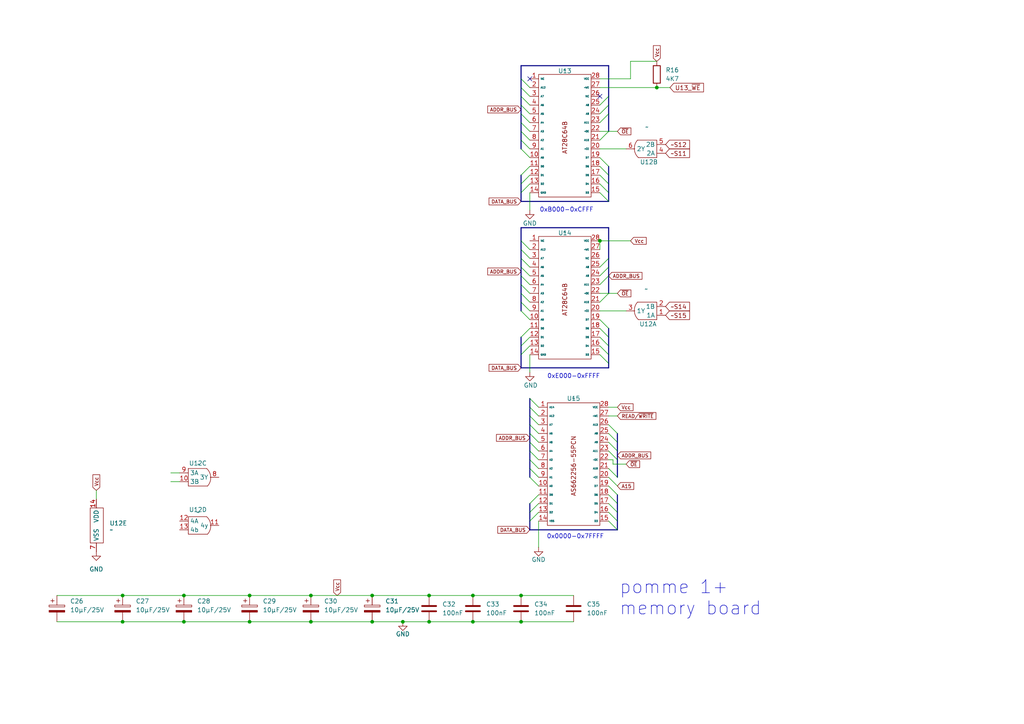
<source format=kicad_sch>
(kicad_sch (version 20250114) (generator "eeschema") (generator_version "9.0")
  (paper "A4")
  (lib_symbols
    (symbol "Device:C" (pin_numbers (hide yes)) (pin_names (offset 0.254))
      (property "Reference" "C" (at 0.635 2.54 0))
      (property "Value" "C" (at 0.635 -2.54 0))
      (symbol "C_0_1"
        (polyline (pts (xy -2.032 0.762) (xy 2.032 0.762)) (stroke (width 0.508)))
        (polyline (pts (xy -2.032 -0.762) (xy 2.032 -0.762)) (stroke (width 0.508)))
      )
      (symbol "C_1_1"
        (pin passive line (at 0 3.81 270) (length 2.794) (name "~") (number "1"))
        (pin passive line (at 0 -3.81 90) (length 2.794) (name "~") (number "2"))
      )
    )
    (symbol "Device:C_Polarized" (pin_numbers (hide yes)) (pin_names (offset 0.254))
      (property "Reference" "C" (at 0.635 2.54 0))
      (property "Value" "C_Polarized" (at 0.635 -2.54 0))
      (symbol "C_Polarized_0_1"
        (rectangle (start -2.286 0.508) (end 2.286 1.016))
        (polyline (pts (xy -1.778 2.286) (xy -0.762 2.286)))
        (polyline (pts (xy -1.27 2.794) (xy -1.27 1.778)))
        (rectangle (start 2.286 -0.508) (end -2.286 -1.016) (fill (type outline)))
      )
      (symbol "C_Polarized_1_1"
        (pin passive line (at 0 3.81 270) (length 2.794) (name "~") (number "1"))
        (pin passive line (at 0 -3.81 90) (length 2.794) (name "~") (number "2"))
      )
    )
    (symbol "Device:R" (pin_numbers (hide yes)) (pin_names (offset 0))
      (property "Reference" "R" (at 2.032 0 90))
      (property "Value" "R" (at 0 0 90))
      (symbol "R_0_1"
        (rectangle (start -1.016 -2.54) (end 1.016 2.54) (stroke (width 0.254)))
      )
      (symbol "R_1_1"
        (pin passive line (at 0 3.81 270) (length 1.27) (name "~") (number "1"))
        (pin passive line (at 0 -3.81 90) (length 1.27) (name "~") (number "2"))
      )
    )
    (symbol "memory:AS6C62256-55PCN"
      (property "Reference" "U" (at -1.778 19.05 0))
      (symbol "AS6C62256-55PCN_0_1"
        (rectangle (start -7.62 17.78) (end 7.62 -17.78))
      )
      (symbol "AS6C62256-55PCN_1_1"
        (text "AS662256-55PCN" (at 0 -0.508 900) (effects (font (size 1.27 1.27))))
        (pin input line (at -10.16 16.51 0) (length 2.54) (name "A14") (number "1"))
        (pin input line (at -10.16 13.97 0) (length 2.54) (name "A12") (number "2"))
        (pin input line (at -10.16 11.43 0) (length 2.54) (name "A7") (number "3"))
        (pin input line (at -10.16 8.89 0) (length 2.54) (name "A6") (number "4"))
        (pin input line (at -10.16 6.35 0) (length 2.54) (name "A5") (number "5"))
        (pin input line (at -10.16 3.81 0) (length 2.54) (name "A4") (number "6"))
        (pin input line (at -10.16 1.27 0) (length 2.54) (name "A3") (number "7"))
        (pin input line (at -10.16 -1.27 0) (length 2.54) (name "A2") (number "8"))
        (pin input line (at -10.16 -3.81 0) (length 2.54) (name "A1") (number "9"))
        (pin input line (at -10.16 -6.35 0) (length 2.54) (name "A0") (number "10"))
        (pin bidirectional line (at -10.16 -8.89 0) (length 2.54) (name "D0") (number "11"))
        (pin bidirectional line (at -10.16 -11.43 0) (length 2.54) (name "D1") (number "12"))
        (pin bidirectional line (at -10.16 -13.97 0) (length 2.54) (name "D2") (number "13"))
        (pin power_in line (at -10.16 -16.51 0) (length 2.54) (name "VSS") (number "14"))
        (pin power_in line (at 10.16 16.51 180) (length 2.54) (name "VCC") (number "28"))
        (pin input line (at 10.16 13.97 180) (length 2.54) (name "~WE") (number "27"))
        (pin input line (at 10.16 11.43 180) (length 2.54) (name "A13") (number "26"))
        (pin input line (at 10.16 8.89 180) (length 2.54) (name "A8") (number "25"))
        (pin input line (at 10.16 6.35 180) (length 2.54) (name "A9") (number "24"))
        (pin input line (at 10.16 3.81 180) (length 2.54) (name "A11") (number "23"))
        (pin input line (at 10.16 1.27 180) (length 2.54) (name "~OE") (number "22"))
        (pin input line (at 10.16 -1.27 180) (length 2.54) (name "A10") (number "21"))
        (pin input line (at 10.16 -3.81 180) (length 2.54) (name "~CE") (number "20"))
        (pin bidirectional line (at 10.16 -6.35 180) (length 2.54) (name "D7") (number "19"))
        (pin bidirectional line (at 10.16 -8.89 180) (length 2.54) (name "D6") (number "18"))
        (pin bidirectional line (at 10.16 -11.43 180) (length 2.54) (name "D5") (number "17"))
        (pin bidirectional line (at 10.16 -13.97 180) (length 2.54) (name "D4") (number "16"))
        (pin bidirectional line (at 10.16 -16.51 180) (length 2.54) (name "D3") (number "15"))
      )
    )
    (symbol "memory:AT28C64B"
      (property "Reference" "U" (at -1.016 12.7 0))
      (symbol "AT28C64B_0_1"
        (rectangle (start -7.62 11.43) (end 7.62 -24.13))
      )
      (symbol "AT28C64B_1_1"
        (text "AT28C64B" (at 0 -6.858 900) (effects (font (size 1.27 1.27))))
        (pin free line (at -10.16 10.16 0) (length 2.54) (name "NC") (number "1"))
        (pin input line (at -10.16 7.62 0) (length 2.54) (name "A12") (number "2"))
        (pin input line (at -10.16 5.08 0) (length 2.54) (name "A7") (number "3"))
        (pin input line (at -10.16 2.54 0) (length 2.54) (name "A6") (number "4"))
        (pin input line (at -10.16 0 0) (length 2.54) (name "A5") (number "5"))
        (pin input line (at -10.16 -2.54 0) (length 2.54) (name "A4") (number "6"))
        (pin input line (at -10.16 -5.08 0) (length 2.54) (name "A3") (number "7"))
        (pin input line (at -10.16 -7.62 0) (length 2.54) (name "A2") (number "8"))
        (pin input line (at -10.16 -10.16 0) (length 2.54) (name "A1") (number "9"))
        (pin input line (at -10.16 -12.7 0) (length 2.54) (name "A0") (number "10"))
        (pin bidirectional line (at -10.16 -15.24 0) (length 2.54) (name "D0") (number "11"))
        (pin bidirectional line (at -10.16 -17.78 0) (length 2.54) (name "D1") (number "12"))
        (pin bidirectional line (at -10.16 -20.32 0) (length 2.54) (name "D2") (number "13"))
        (pin power_in line (at -10.16 -22.86 0) (length 2.54) (name "GND") (number "14"))
        (pin power_in line (at 10.16 10.16 180) (length 2.54) (name "VCC") (number "28"))
        (pin input line (at 10.16 7.62 180) (length 2.54) (name "~WE") (number "27"))
        (pin free line (at 10.16 5.08 180) (length 2.54) (name "NC") (number "26"))
        (pin input line (at 10.16 2.54 180) (length 2.54) (name "A8") (number "25"))
        (pin input line (at 10.16 0 180) (length 2.54) (name "A9") (number "24"))
        (pin input line (at 10.16 -2.54 180) (length 2.54) (name "A11") (number "23"))
        (pin input line (at 10.16 -5.08 180) (length 2.54) (name "~OE") (number "22"))
        (pin input line (at 10.16 -7.62 180) (length 2.54) (name "A10") (number "21"))
        (pin bidirectional line (at 10.16 -10.16 180) (length 2.54) (name "~CE") (number "20"))
        (pin bidirectional line (at 10.16 -12.7 180) (length 2.54) (name "D7") (number "19"))
        (pin bidirectional line (at 10.16 -15.24 180) (length 2.54) (name "D6") (number "18"))
        (pin bidirectional line (at 10.16 -17.78 180) (length 2.54) (name "D5") (number "17"))
        (pin bidirectional line (at 10.16 -20.32 180) (length 2.54) (name "D4") (number "16"))
        (pin bidirectional line (at 10.16 -22.86 180) (length 2.54) (name "D3") (number "15"))
      )
    )
    (symbol "my74HCxx:SN74HC08N"
      (property "Reference" "U" (at 1.778 6.096 0))
      (symbol "SN74HC08N_1_1"
        (polyline (pts (xy -2.54 2.54) (xy 2.794 2.54)))
        (polyline (pts (xy -2.54 2.54) (xy -2.54 -2.54) (xy 3.048 -2.54)))
        (arc (start 2.794 2.54) (mid 3.9731 0.0526) (end 3.048 -2.54))
        (pin input line (at -5.08 1.27 0) (length 2.54) (name "1A") (number "1"))
        (pin input line (at -5.08 -1.27 0) (length 2.54) (name "1B") (number "2"))
        (pin output line (at 6.35 0 180) (length 2.54) (name "1Y") (number "3"))
      )
      (symbol "SN74HC08N_2_1"
        (polyline (pts (xy -1.27 2.54) (xy 4.064 2.54)))
        (polyline (pts (xy -1.27 2.54) (xy -1.27 -2.54) (xy 4.318 -2.54)))
        (arc (start 4.064 2.54) (mid 5.2431 0.0526) (end 4.318 -2.54))
        (pin input line (at -3.81 1.27 0) (length 2.54) (name "2A") (number "4"))
        (pin input line (at -3.81 -1.27 0) (length 2.54) (name "2B") (number "5"))
        (pin output line (at 7.62 0 180) (length 2.54) (name "2Y") (number "6"))
      )
      (symbol "SN74HC08N_3_1"
        (polyline (pts (xy -2.54 2.54) (xy 2.794 2.54)))
        (polyline (pts (xy -2.54 2.54) (xy -2.54 -2.54) (xy 3.048 -2.54)))
        (arc (start 2.794 2.54) (mid 3.9731 0.0526) (end 3.048 -2.54))
        (pin input line (at -5.08 1.27 0) (length 2.54) (name "3A") (number "9"))
        (pin input line (at -5.08 -1.27 0) (length 2.54) (name "3B") (number "10"))
        (pin output line (at 6.35 0 180) (length 2.54) (name "3Y") (number "8"))
      )
      (symbol "SN74HC08N_4_1"
        (polyline (pts (xy -2.54 2.54) (xy 2.794 2.54)))
        (polyline (pts (xy -2.54 2.54) (xy -2.54 -2.54) (xy 3.048 -2.54)))
        (arc (start 2.794 2.54) (mid 3.9731 0.0526) (end 3.048 -2.54))
        (pin input line (at -5.08 1.27 0) (length 2.54) (name "4A") (number "12"))
        (pin input line (at -5.08 -1.27 0) (length 2.54) (name "4b") (number "13"))
        (pin output line (at 6.35 0 180) (length 2.54) (name "4y") (number "11"))
      )
      (symbol "SN74HC08N_5_1"
        (rectangle (start -1.778 5.08) (end 2.032 -5.08))
        (pin power_in line (at 0 7.62 270) (length 2.54) (name "VDD") (number "14"))
        (pin power_in line (at 0 -7.62 90) (length 2.54) (name "VSS") (number "7"))
      )
    )
    (symbol "power:GND" (power) (pin_numbers (hide yes)) (pin_names (offset 0) (hide yes))
      (property "Value" "GND" (at 0 -3.81 0))
      (symbol "GND_0_1"
        (polyline (pts (xy 0 0) (xy 0 -1.27) (xy 1.27 -1.27) (xy 0 -2.54) (xy -1.27 -1.27) (xy 0 -1.27)))
      )
      (symbol "GND_1_1"
        (pin power_in line (at 0 0 270) (length 0) (name "~") (number "1"))
      )
    )
  )
  (text "0x0000-0x7FFFF" (at 166.878 155.702 0) (effects (font (size 1.27 1.27))))
  (text "0xB000-0xCFFF" (at 164.338 60.96 0) (effects (font (size 1.27 1.27))))
  (text "pomme 1+\nmemory board" (at 179.578 173.482 0) (effects (font (size 3.81 3.81)) (justify left)))
  (text "0xE000-0xFFFF" (at 166.37 109.22 0) (effects (font (size 1.27 1.27))))
  (junction (at 53.34 172.72))
  (junction (at 107.95 180.34))
  (junction (at 35.56 172.72))
  (junction (at 151.13 172.72))
  (junction (at 72.39 180.34))
  (junction (at 90.17 180.34))
  (junction (at 35.56 180.34))
  (junction (at 53.34 180.34))
  (junction (at 72.39 172.72))
  (junction (at 137.16 172.72))
  (junction (at 124.46 172.72))
  (junction (at 124.46 180.34))
  (junction (at 116.84 180.34))
  (junction (at 90.17 172.72))
  (junction (at 151.13 180.34))
  (junction (at 137.16 180.34))
  (junction (at 173.99 69.85))
  (junction (at 107.95 172.72))
  (junction (at 190.5 25.4))
  (no_connect (at 153.67 22.86))
  (no_connect (at 173.99 27.94))
  (bus_entry (at 153.67 125.73) (size 2.54 2.54))
  (bus_entry (at 179.07 125.73) (size -2.54 -2.54))
  (bus_entry (at 179.07 130.81) (size -2.54 -2.54))
  (bus_entry (at 153.67 128.27) (size 2.54 2.54))
  (bus_entry (at 176.53 55.88) (size -2.54 -2.54))
  (bus_entry (at 153.67 135.89) (size 2.54 2.54))
  (bus_entry (at 176.53 138.43) (size 2.54 2.54))
  (bus_entry (at 153.67 115.57) (size 2.54 2.54))
  (bus_entry (at 173.99 33.02) (size 2.54 -2.54))
  (bus_entry (at 151.13 80.01) (size 2.54 2.54))
  (bus_entry (at 151.13 22.86) (size 2.54 2.54))
  (bus_entry (at 179.07 133.35) (size -2.54 -2.54))
  (bus_entry (at 176.53 97.79) (size -2.54 -2.54))
  (bus_entry (at 153.67 146.05) (size 2.54 -2.54))
  (bus_entry (at 151.13 102.87) (size 2.54 -2.54))
  (bus_entry (at 151.13 69.85) (size 2.54 2.54))
  (bus_entry (at 151.13 30.48) (size 2.54 2.54))
  (bus_entry (at 176.53 148.59) (size 2.54 2.54))
  (bus_entry (at 179.07 143.51) (size -2.54 -2.54))
  (bus_entry (at 153.67 50.8) (size -2.54 2.54))
  (bus_entry (at 153.67 53.34) (size -2.54 2.54))
  (bus_entry (at 151.13 43.18) (size 2.54 2.54))
  (bus_entry (at 151.13 33.02) (size 2.54 2.54))
  (bus_entry (at 153.67 120.65) (size 2.54 2.54))
  (bus_entry (at 176.53 102.87) (size -2.54 -2.54))
  (bus_entry (at 151.13 74.93) (size 2.54 2.54))
  (bus_entry (at 153.67 48.26) (size -2.54 2.54))
  (bus_entry (at 173.99 82.55) (size 2.54 -2.54))
  (bus_entry (at 176.53 146.05) (size 2.54 2.54))
  (bus_entry (at 176.53 48.26) (size -2.54 -2.54))
  (bus_entry (at 153.67 151.13) (size 2.54 -2.54))
  (bus_entry (at 173.99 77.47) (size 2.54 -2.54))
  (bus_entry (at 176.53 151.13) (size 2.54 2.54))
  (bus_entry (at 153.67 148.59) (size 2.54 -2.54))
  (bus_entry (at 153.67 118.11) (size 2.54 2.54))
  (bus_entry (at 173.99 30.48) (size 2.54 -2.54))
  (bus_entry (at 151.13 27.94) (size 2.54 2.54))
  (bus_entry (at 151.13 40.64) (size 2.54 2.54))
  (bus_entry (at 151.13 38.1) (size 2.54 2.54))
  (bus_entry (at 153.67 130.81) (size 2.54 2.54))
  (bus_entry (at 151.13 100.33) (size 2.54 -2.54))
  (bus_entry (at 176.53 95.25) (size -2.54 -2.54))
  (bus_entry (at 179.07 128.27) (size -2.54 -2.54))
  (bus_entry (at 153.67 138.43) (size 2.54 2.54))
  (bus_entry (at 151.13 85.09) (size 2.54 2.54))
  (bus_entry (at 173.99 35.56) (size 2.54 -2.54))
  (bus_entry (at 176.53 50.8) (size -2.54 -2.54))
  (bus_entry (at 173.99 80.01) (size 2.54 -2.54))
  (bus_entry (at 151.13 87.63) (size 2.54 2.54))
  (bus_entry (at 176.53 105.41) (size -2.54 -2.54))
  (bus_entry (at 151.13 72.39) (size 2.54 2.54))
  (bus_entry (at 179.07 146.05) (size -2.54 -2.54))
  (bus_entry (at 151.13 97.79) (size 2.54 -2.54))
  (bus_entry (at 176.53 58.42) (size -2.54 -2.54))
  (bus_entry (at 151.13 82.55) (size 2.54 2.54))
  (bus_entry (at 151.13 35.56) (size 2.54 2.54))
  (bus_entry (at 176.53 53.34) (size -2.54 -2.54))
  (bus_entry (at 153.67 123.19) (size 2.54 2.54))
  (bus_entry (at 173.99 87.63) (size 2.54 -2.54))
  (bus_entry (at 153.67 133.35) (size 2.54 2.54))
  (bus_entry (at 151.13 25.4) (size 2.54 2.54))
  (bus_entry (at 151.13 77.47) (size 2.54 2.54))
  (bus_entry (at 176.53 100.33) (size -2.54 -2.54))
  (bus_entry (at 151.13 90.17) (size 2.54 2.54))
  (bus_entry (at 173.99 40.64) (size 2.54 -2.54))
  (bus_entry (at 179.07 138.43) (size -2.54 -2.54))
  (bus (pts (xy 151.13 87.63) (xy 151.13 90.17)))
  (bus (pts (xy 153.67 130.81) (xy 153.67 133.35)))
  (bus (pts (xy 153.67 146.05) (xy 153.67 148.59)))
  (wire (pts (xy 176.53 120.65) (xy 179.07 120.65)))
  (wire (pts (xy 124.46 180.34) (xy 137.16 180.34)))
  (bus (pts (xy 176.53 50.8) (xy 176.53 53.34)))
  (bus (pts (xy 176.53 105.41) (xy 176.53 106.68)))
  (wire (pts (xy 53.34 172.72) (xy 72.39 172.72)))
  (bus (pts (xy 151.13 72.39) (xy 151.13 74.93)))
  (bus (pts (xy 176.53 102.87) (xy 176.53 105.41)))
  (wire (pts (xy 173.99 25.4) (xy 190.5 25.4)))
  (bus (pts (xy 176.53 77.47) (xy 176.53 80.01)))
  (bus (pts (xy 153.67 133.35) (xy 153.67 135.89)))
  (bus (pts (xy 179.07 128.27) (xy 179.07 130.81)))
  (bus (pts (xy 151.13 80.01) (xy 151.13 82.55)))
  (bus (pts (xy 151.13 106.68) (xy 176.53 106.68)))
  (wire (pts (xy 156.21 151.13) (xy 156.21 158.75)))
  (wire (pts (xy 173.99 69.85) (xy 182.88 69.85)))
  (wire (pts (xy 107.95 172.72) (xy 124.46 172.72)))
  (wire (pts (xy 90.17 172.72) (xy 107.95 172.72)))
  (wire (pts (xy 173.99 69.85) (xy 173.99 72.39)))
  (bus (pts (xy 179.07 151.13) (xy 179.07 153.67)))
  (wire (pts (xy 151.13 180.34) (xy 166.37 180.34)))
  (bus (pts (xy 176.53 30.48) (xy 176.53 33.02)))
  (bus (pts (xy 153.67 128.27) (xy 153.67 130.81)))
  (bus (pts (xy 151.13 19.05) (xy 151.13 22.86)))
  (wire (pts (xy 35.56 172.72) (xy 53.34 172.72)))
  (wire (pts (xy 177.8 133.35) (xy 176.53 133.35)))
  (bus (pts (xy 151.13 50.8) (xy 151.13 53.34)))
  (bus (pts (xy 153.67 123.19) (xy 153.67 125.73)))
  (bus (pts (xy 176.53 97.79) (xy 176.53 100.33)))
  (wire (pts (xy 72.39 172.72) (xy 90.17 172.72)))
  (bus (pts (xy 151.13 35.56) (xy 151.13 38.1)))
  (bus (pts (xy 151.13 58.42) (xy 176.53 58.42)))
  (wire (pts (xy 35.56 180.34) (xy 53.34 180.34)))
  (bus (pts (xy 153.67 118.11) (xy 153.67 120.65)))
  (bus (pts (xy 179.07 153.67) (xy 153.67 153.67)))
  (wire (pts (xy 176.53 118.11) (xy 179.07 118.11)))
  (wire (pts (xy 16.51 172.72) (xy 35.56 172.72)))
  (bus (pts (xy 179.07 133.35) (xy 179.07 138.43)))
  (wire (pts (xy 176.53 38.1) (xy 179.07 38.1)))
  (bus (pts (xy 151.13 25.4) (xy 151.13 27.94)))
  (bus (pts (xy 151.13 102.87) (xy 151.13 106.68)))
  (wire (pts (xy 49.53 137.16) (xy 52.07 137.16)))
  (wire (pts (xy 137.16 180.34) (xy 151.13 180.34)))
  (wire (pts (xy 90.17 180.34) (xy 107.95 180.34)))
  (wire (pts (xy 137.16 172.72) (xy 151.13 172.72)))
  (wire (pts (xy 182.88 17.78) (xy 190.5 17.78)))
  (wire (pts (xy 153.67 55.88) (xy 153.67 60.96)))
  (wire (pts (xy 190.5 25.4) (xy 194.31 25.4)))
  (bus (pts (xy 179.07 148.59) (xy 179.07 151.13)))
  (wire (pts (xy 177.8 134.62) (xy 177.8 133.35)))
  (bus (pts (xy 151.13 85.09) (xy 151.13 87.63)))
  (bus (pts (xy 151.13 97.79) (xy 151.13 100.33)))
  (wire (pts (xy 173.99 85.09) (xy 176.53 85.09)))
  (bus (pts (xy 151.13 38.1) (xy 151.13 40.64)))
  (bus (pts (xy 151.13 74.93) (xy 151.13 77.47)))
  (bus (pts (xy 153.67 151.13) (xy 153.67 153.67)))
  (bus (pts (xy 176.53 95.25) (xy 176.53 97.79)))
  (wire (pts (xy 173.99 90.17) (xy 181.61 90.17)))
  (bus (pts (xy 151.13 66.04) (xy 176.53 66.04)))
  (bus (pts (xy 179.07 125.73) (xy 179.07 128.27)))
  (bus (pts (xy 176.53 53.34) (xy 176.53 55.88)))
  (bus (pts (xy 176.53 27.94) (xy 176.53 30.48)))
  (bus (pts (xy 176.53 19.05) (xy 176.53 27.94)))
  (wire (pts (xy 116.84 180.34) (xy 124.46 180.34)))
  (wire (pts (xy 182.88 22.86) (xy 182.88 17.78)))
  (bus (pts (xy 179.07 130.81) (xy 179.07 133.35)))
  (bus (pts (xy 151.13 40.64) (xy 151.13 43.18)))
  (wire (pts (xy 173.99 22.86) (xy 182.88 22.86)))
  (wire (pts (xy 173.99 38.1) (xy 176.53 38.1)))
  (bus (pts (xy 179.07 146.05) (xy 179.07 148.59)))
  (bus (pts (xy 153.67 125.73) (xy 153.67 128.27)))
  (bus (pts (xy 151.13 69.85) (xy 151.13 66.04)))
  (bus (pts (xy 176.53 74.93) (xy 176.53 77.47)))
  (wire (pts (xy 153.67 102.87) (xy 153.67 107.95)))
  (bus (pts (xy 176.53 19.05) (xy 151.13 19.05)))
  (bus (pts (xy 153.67 120.65) (xy 153.67 123.19)))
  (wire (pts (xy 107.95 180.34) (xy 116.84 180.34)))
  (bus (pts (xy 179.07 143.51) (xy 179.07 146.05)))
  (wire (pts (xy 177.8 134.62) (xy 181.61 134.62)))
  (wire (pts (xy 53.34 180.34) (xy 72.39 180.34)))
  (wire (pts (xy 173.99 43.18) (xy 181.61 43.18)))
  (wire (pts (xy 176.53 85.09) (xy 179.07 85.09)))
  (bus (pts (xy 176.53 100.33) (xy 176.53 102.87)))
  (bus (pts (xy 176.53 66.04) (xy 176.53 74.93)))
  (bus (pts (xy 151.13 33.02) (xy 151.13 35.56)))
  (bus (pts (xy 153.67 115.57) (xy 153.67 118.11)))
  (wire (pts (xy 49.53 139.7) (xy 52.07 139.7)))
  (bus (pts (xy 151.13 22.86) (xy 151.13 25.4)))
  (wire (pts (xy 72.39 180.34) (xy 90.17 180.34)))
  (wire (pts (xy 27.94 142.24) (xy 27.94 144.78)))
  (bus (pts (xy 151.13 27.94) (xy 151.13 30.48)))
  (bus (pts (xy 151.13 30.48) (xy 151.13 33.02)))
  (bus (pts (xy 153.67 135.89) (xy 153.67 138.43)))
  (bus (pts (xy 176.53 80.01) (xy 176.53 85.09)))
  (bus (pts (xy 151.13 77.47) (xy 151.13 80.01)))
  (bus (pts (xy 151.13 55.88) (xy 151.13 58.42)))
  (bus (pts (xy 153.67 148.59) (xy 153.67 151.13)))
  (bus (pts (xy 176.53 55.88) (xy 176.53 58.42)))
  (wire (pts (xy 151.13 172.72) (xy 166.37 172.72)))
  (wire (pts (xy 124.46 172.72) (xy 137.16 172.72)))
  (bus (pts (xy 151.13 100.33) (xy 151.13 102.87)))
  (bus (pts (xy 151.13 69.85) (xy 151.13 72.39)))
  (bus (pts (xy 151.13 82.55) (xy 151.13 85.09)))
  (bus (pts (xy 176.53 33.02) (xy 176.53 38.1)))
  (wire (pts (xy 16.51 180.34) (xy 35.56 180.34)))
  (bus (pts (xy 151.13 53.34) (xy 151.13 55.88)))
  (bus (pts (xy 176.53 48.26) (xy 176.53 50.8)))
  (global_label "~S11" (shape input) (at 193.04 44.45 0) (property "Intersheetrefs" "${INTERSHEET_REFS}" (effects (hide yes))))
  (global_label "~{OE}" (shape input) (at 181.61 134.62 0) (effects (font (size 1.016 1.016))) (property "Intersheetrefs" "${INTERSHEET_REFS}" (effects (hide yes))))
  (global_label "Vcc" (shape input) (at 179.07 118.11 0) (effects (font (size 1.016 1.016))) (property "Intersheetrefs" "${INTERSHEET_REFS}" (effects (hide yes))))
  (global_label "Vcc" (shape input) (at 97.79 172.72 90) (effects (font (size 1.016 1.016))) (property "Intersheetrefs" "${INTERSHEET_REFS}" (effects (hide yes))))
  (global_label "A15" (shape input) (at 179.07 140.97 0) (effects (font (size 1.016 1.016))) (property "Intersheetrefs" "${INTERSHEET_REFS}" (effects (hide yes))))
  (global_label "~S14" (shape input) (at 193.04 88.9 0) (property "Intersheetrefs" "${INTERSHEET_REFS}" (effects (hide yes))))
  (global_label "DATA_BUS" (shape input) (at 151.13 58.42 180) (effects (font (size 1.016 1.016))) (property "Intersheetrefs" "${INTERSHEET_REFS}" (effects (hide yes))))
  (global_label "Vcc" (shape input) (at 182.88 69.85 0) (effects (font (size 1.016 1.016))) (property "Intersheetrefs" "${INTERSHEET_REFS}" (effects (hide yes))))
  (global_label "U13_~{WE}" (shape input) (at 194.31 25.4 0) (property "Intersheetrefs" "${INTERSHEET_REFS}" (effects (hide yes))))
  (global_label "~{OE}" (shape input) (at 179.07 38.1 0) (effects (font (size 1.016 1.016))) (property "Intersheetrefs" "${INTERSHEET_REFS}" (effects (hide yes))))
  (global_label "READ{slash}~{WRITE}" (shape input) (at 179.07 120.65 0) (effects (font (size 1.016 1.016))) (property "Intersheetrefs" "${INTERSHEET_REFS}" (effects (hide yes))))
  (global_label "DATA_BUS" (shape input) (at 153.67 153.67 180) (effects (font (size 1.016 1.016))) (property "Intersheetrefs" "${INTERSHEET_REFS}" (effects (hide yes))))
  (global_label "~S15" (shape input) (at 193.04 91.44 0) (property "Intersheetrefs" "${INTERSHEET_REFS}" (effects (hide yes))))
  (global_label "ADDR_BUS" (shape input) (at 151.13 31.75 180) (effects (font (size 1.016 1.016))) (property "Intersheetrefs" "${INTERSHEET_REFS}" (effects (hide yes))))
  (global_label "DATA_BUS" (shape input) (at 151.13 106.68 180) (effects (font (size 1.016 1.016))) (property "Intersheetrefs" "${INTERSHEET_REFS}" (effects (hide yes))))
  (global_label "ADDR_BUS" (shape input) (at 153.67 127 180) (effects (font (size 1.016 1.016))) (property "Intersheetrefs" "${INTERSHEET_REFS}" (effects (hide yes))))
  (global_label "ADDR_BUS" (shape input) (at 179.07 132.08 0) (effects (font (size 1.016 1.016))) (property "Intersheetrefs" "${INTERSHEET_REFS}" (effects (hide yes))))
  (global_label "ADDR_BUS" (shape input) (at 176.53 80.01 0) (effects (font (size 1.016 1.016))) (property "Intersheetrefs" "${INTERSHEET_REFS}" (effects (hide yes))))
  (global_label "ADDR_BUS" (shape input) (at 151.13 78.74 180) (effects (font (size 1.016 1.016))) (property "Intersheetrefs" "${INTERSHEET_REFS}" (effects (hide yes))))
  (global_label "~S12" (shape input) (at 193.04 41.91 0) (property "Intersheetrefs" "${INTERSHEET_REFS}" (effects (hide yes))))
  (global_label "Vcc" (shape input) (at 190.5 17.78 90) (effects (font (size 1.016 1.016))) (property "Intersheetrefs" "${INTERSHEET_REFS}" (effects (hide yes))))
  (global_label "~{OE}" (shape input) (at 179.07 85.09 0) (effects (font (size 1.016 1.016))) (property "Intersheetrefs" "${INTERSHEET_REFS}" (effects (hide yes))))
  (global_label "Vcc" (shape input) (at 27.94 142.24 90) (effects (font (size 1.016 1.016))) (property "Intersheetrefs" "${INTERSHEET_REFS}" (effects (hide yes))))
  (symbol (lib_id "Device:C") (at 151.13 176.53 0) (unit 1)
    (property "Reference" "C34" (at 154.94 175.2599 0) (effects (justify left)))
    (property "Value" "100nF" (at 154.94 177.7999 0) (effects (justify left)))
    (property "Description" "Unpolarized capacitor" (effects (hide yes)))
  )
  (symbol (lib_id "Device:C_Polarized") (at 90.17 176.53 0) (unit 1)
    (property "Reference" "C30" (at 93.98 174.3709 0) (effects (justify left)))
    (property "Value" "10µF/25V" (at 93.98 176.9109 0) (effects (justify left)))
    (property "Description" "Polarized capacitor" (effects (hide yes)))
  )
  (symbol (lib_id "my74HCxx:SN74HC08N") (at 187.96 90.17 180) (unit 1)
    (property "Reference" "U12" (at 187.96 93.98 0))
    (property "Value" "~" (at 187.452 83.82 0))
  )
  (symbol (lib_id "power:GND") (at 27.94 160.02 0) (unit 1)
    (property "Reference" "#PWR027" (effects (hide yes)))
    (property "Value" "GND" (at 27.94 165.1 0))
    (property "Description" "Power symbol creates a global label with name \"GND\" , ground" (effects (hide yes)))
  )
  (symbol (lib_id "power:GND") (at 153.67 60.96 0) (unit 1)
    (property "Reference" "#PWR028" (effects (hide yes)))
    (property "Value" "GND" (at 153.67 64.77 0))
    (property "Description" "Power symbol creates a global label with name \"GND\" , ground" (effects (hide yes)))
  )
  (symbol (lib_id "my74HCxx:SN74HC08N") (at 189.23 43.18 180) (unit 2)
    (property "Reference" "U12" (at 188.214 46.99 0))
    (property "Value" "~" (at 187.6424 36.83 0))
  )
  (symbol (lib_id "Device:C_Polarized") (at 16.51 176.53 0) (unit 1)
    (property "Reference" "C26" (at 20.32 174.3709 0) (effects (justify left)))
    (property "Value" "10µF/25V" (at 20.32 176.9109 0) (effects (justify left)))
    (property "Description" "Polarized capacitor" (effects (hide yes)))
  )
  (symbol (lib_id "power:GND") (at 116.84 180.34 0) (unit 1)
    (property "Reference" "#PWR038" (effects (hide yes)))
    (property "Value" "GND" (at 116.84 183.896 0))
    (property "Description" "Power symbol creates a global label with name \"GND\" , ground" (effects (hide yes)))
  )
  (symbol (lib_id "Device:C_Polarized") (at 53.34 176.53 0) (unit 1)
    (property "Reference" "C28" (at 57.15 174.3709 0) (effects (justify left)))
    (property "Value" "10µF/25V" (at 57.15 176.9109 0) (effects (justify left)))
    (property "Description" "Polarized capacitor" (effects (hide yes)))
  )
  (symbol (lib_id "Device:C_Polarized") (at 72.39 176.53 0) (unit 1)
    (property "Reference" "C29" (at 76.2 174.3709 0) (effects (justify left)))
    (property "Value" "10µF/25V" (at 76.2 176.9109 0) (effects (justify left)))
    (property "Description" "Polarized capacitor" (effects (hide yes)))
  )
  (symbol (lib_id "Device:C") (at 137.16 176.53 0) (unit 1)
    (property "Reference" "C33" (at 140.97 175.2599 0) (effects (justify left)))
    (property "Value" "100nF" (at 140.97 177.7999 0) (effects (justify left)))
    (property "Description" "Unpolarized capacitor" (effects (hide yes)))
  )
  (symbol (lib_id "my74HCxx:SN74HC08N") (at 57.15 138.43 0) (unit 3)
    (property "Reference" "U12" (at 57.404 134.366 0))
    (property "Value" "~" (at 57.658 134.62 0))
  )
  (symbol (lib_id "Device:C_Polarized") (at 107.95 176.53 0) (unit 1)
    (property "Reference" "C31" (at 111.76 174.3709 0) (effects (justify left)))
    (property "Value" "10µF/25V" (at 111.76 176.9109 0) (effects (justify left)))
    (property "Description" "Polarized capacitor" (effects (hide yes)))
  )
  (symbol (lib_id "my74HCxx:SN74HC08N") (at 27.94 152.4 0) (unit 5)
    (property "Reference" "U12" (at 31.75 151.7649 0) (effects (justify left)))
    (property "Value" "~" (at 31.75 153.67 0) (effects (justify left)))
  )
  (symbol (lib_id "Device:R") (at 190.5 21.59 0) (unit 1)
    (property "Reference" "R16" (at 193.04 20.3199 0) (effects (justify left)))
    (property "Value" "4K7" (at 193.04 22.8599 0) (effects (justify left)))
    (property "Description" "Resistor" (effects (hide yes)))
  )
  (symbol (lib_id "power:GND") (at 156.21 158.75 0) (unit 1)
    (property "Reference" "#PWR030" (effects (hide yes)))
    (property "Value" "GND" (at 156.21 162.306 0))
    (property "Description" "Power symbol creates a global label with name \"GND\" , ground" (effects (hide yes)))
  )
  (symbol (lib_id "memory:AT28C64B") (at 163.83 80.01 0) (unit 1)
    (property "Reference" "U14" (at 163.83 67.564 0))
    (property "Value" "~" (at 163.83 67.31 0))
  )
  (symbol (lib_id "Device:C") (at 166.37 176.53 0) (unit 1)
    (property "Reference" "C35" (at 170.18 175.2599 0) (effects (justify left)))
    (property "Value" "100nF" (at 170.18 177.7999 0) (effects (justify left)))
    (property "Description" "Unpolarized capacitor" (effects (hide yes)))
  )
  (symbol (lib_id "Device:C") (at 124.46 176.53 0) (unit 1)
    (property "Reference" "C32" (at 128.27 175.2599 0) (effects (justify left)))
    (property "Value" "100nF" (at 128.27 177.7999 0) (effects (justify left)))
    (property "Description" "Unpolarized capacitor" (effects (hide yes)))
  )
  (symbol (lib_id "Device:C_Polarized") (at 35.56 176.53 0) (unit 1)
    (property "Reference" "C27" (at 39.37 174.3709 0) (effects (justify left)))
    (property "Value" "10µF/25V" (at 39.37 176.9109 0) (effects (justify left)))
    (property "Description" "Polarized capacitor" (effects (hide yes)))
  )
  (symbol (lib_id "memory:AS6C62256-55PCN") (at 166.37 134.62 0) (unit 1)
    (property "Reference" "U15" (at 166.37 115.57 0))
    (property "Value" "~" (at 166.37 115.57 0))
  )
  (symbol (lib_id "power:GND") (at 153.67 107.95 0) (unit 1)
    (property "Reference" "#PWR029" (effects (hide yes)))
    (property "Value" "GND" (at 153.924 111.76 0))
    (property "Description" "Power symbol creates a global label with name \"GND\" , ground" (effects (hide yes)))
  )
  (symbol (lib_id "memory:AT28C64B") (at 163.83 33.02 0) (unit 1)
    (property "Reference" "U13" (at 163.83 20.574 0))
    (property "Value" "~" (at 163.83 20.32 0))
  )
  (symbol (lib_id "my74HCxx:SN74HC08N") (at 57.15 152.4 0) (unit 4)
    (property "Reference" "U12" (at 57.404 147.828 0))
    (property "Value" "~" (at 57.4675 148.59 0))
  )
)
</source>
